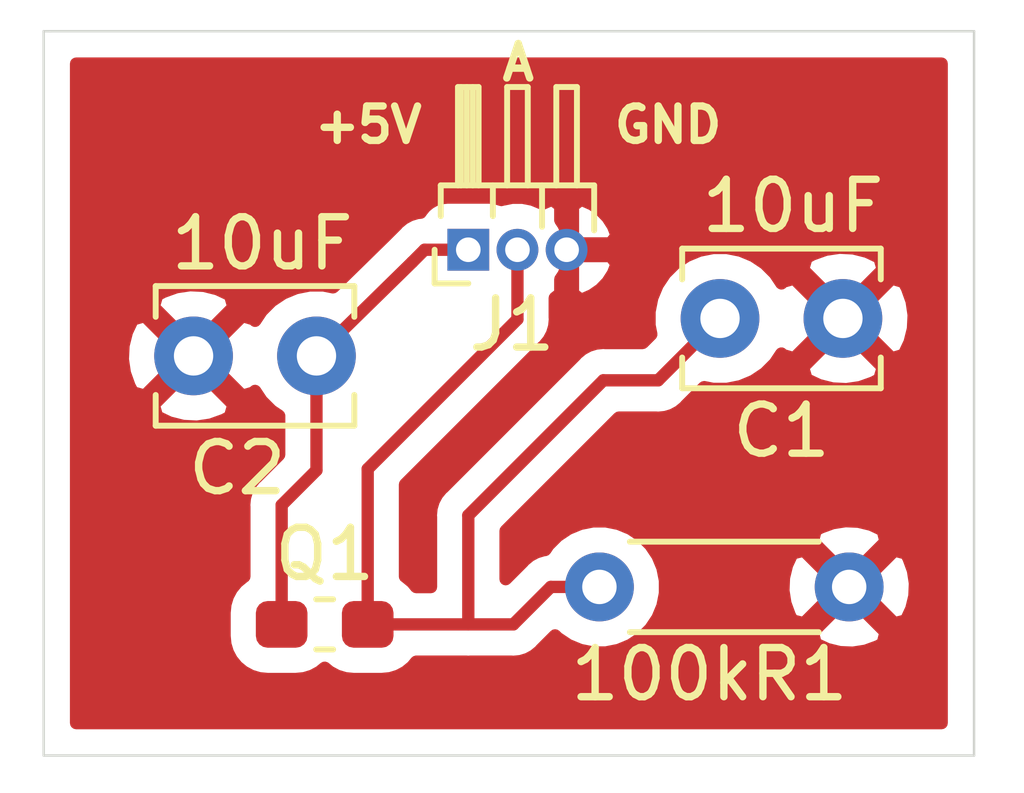
<source format=kicad_pcb>
(kicad_pcb (version 20171130) (host pcbnew "(5.1.5)-3")

  (general
    (thickness 1)
    (drawings 8)
    (tracks 17)
    (zones 0)
    (modules 5)
    (nets 4)
  )

  (page A4)
  (layers
    (0 F.Cu signal)
    (31 B.Cu signal)
    (32 B.Adhes user)
    (33 F.Adhes user)
    (34 B.Paste user)
    (35 F.Paste user)
    (36 B.SilkS user)
    (37 F.SilkS user)
    (38 B.Mask user)
    (39 F.Mask user)
    (40 Dwgs.User user)
    (41 Cmts.User user)
    (42 Eco1.User user)
    (43 Eco2.User user)
    (44 Edge.Cuts user)
    (45 Margin user)
    (46 B.CrtYd user)
    (47 F.CrtYd user)
    (48 B.Fab user)
    (49 F.Fab user)
  )

  (setup
    (last_trace_width 0.4)
    (user_trace_width 0.4)
    (trace_clearance 0.2)
    (zone_clearance 0.508)
    (zone_45_only no)
    (trace_min 0.2)
    (via_size 0.8)
    (via_drill 0.4)
    (via_min_size 0.4)
    (via_min_drill 0.3)
    (uvia_size 0.3)
    (uvia_drill 0.1)
    (uvias_allowed no)
    (uvia_min_size 0.2)
    (uvia_min_drill 0.1)
    (edge_width 0.05)
    (segment_width 0.2)
    (pcb_text_width 0.3)
    (pcb_text_size 1.5 1.5)
    (mod_edge_width 0.12)
    (mod_text_size 1 1)
    (mod_text_width 0.15)
    (pad_size 1.524 1.524)
    (pad_drill 0.762)
    (pad_to_mask_clearance 0.051)
    (solder_mask_min_width 0.25)
    (aux_axis_origin 0 0)
    (visible_elements 7FFFFFFF)
    (pcbplotparams
      (layerselection 0x010fc_ffffffff)
      (usegerberextensions false)
      (usegerberattributes false)
      (usegerberadvancedattributes false)
      (creategerberjobfile false)
      (excludeedgelayer true)
      (linewidth 0.100000)
      (plotframeref false)
      (viasonmask false)
      (mode 1)
      (useauxorigin false)
      (hpglpennumber 1)
      (hpglpenspeed 20)
      (hpglpendiameter 15.000000)
      (psnegative false)
      (psa4output false)
      (plotreference true)
      (plotvalue true)
      (plotinvisibletext false)
      (padsonsilk false)
      (subtractmaskfromsilk false)
      (outputformat 1)
      (mirror false)
      (drillshape 1)
      (scaleselection 1)
      (outputdirectory ""))
  )

  (net 0 "")
  (net 1 OutA4)
  (net 2 GND)
  (net 3 +5V)

  (net_class Default "Ceci est la Netclass par défaut."
    (clearance 0.2)
    (trace_width 0.25)
    (via_dia 0.8)
    (via_drill 0.4)
    (uvia_dia 0.3)
    (uvia_drill 0.1)
    (add_net +5V)
    (add_net GND)
    (add_net OutA4)
  )

  (module Capacitor_THT:C_Disc_D3.8mm_W2.6mm_P2.50mm (layer F.Cu) (tedit 5AE50EF0) (tstamp 5EC29FBF)
    (at 127.762 73.66)
    (descr "C, Disc series, Radial, pin pitch=2.50mm, , diameter*width=3.8*2.6mm^2, Capacitor, http://www.vishay.com/docs/45233/krseries.pdf")
    (tags "C Disc series Radial pin pitch 2.50mm  diameter 3.8mm width 2.6mm Capacitor")
    (path /5EC2CBCC)
    (fp_text reference C2 (at 0.889 2.286) (layer F.SilkS)
      (effects (font (size 1 1) (thickness 0.15)))
    )
    (fp_text value 10uF (at 1.397 -2.286) (layer F.SilkS)
      (effects (font (size 1 1) (thickness 0.15)))
    )
    (fp_text user %R (at 1.25 0) (layer F.Fab)
      (effects (font (size 0.76 0.76) (thickness 0.114)))
    )
    (fp_line (start 3.55 -1.55) (end -1.05 -1.55) (layer F.CrtYd) (width 0.05))
    (fp_line (start 3.55 1.55) (end 3.55 -1.55) (layer F.CrtYd) (width 0.05))
    (fp_line (start -1.05 1.55) (end 3.55 1.55) (layer F.CrtYd) (width 0.05))
    (fp_line (start -1.05 -1.55) (end -1.05 1.55) (layer F.CrtYd) (width 0.05))
    (fp_line (start 3.27 0.795) (end 3.27 1.42) (layer F.SilkS) (width 0.12))
    (fp_line (start 3.27 -1.42) (end 3.27 -0.795) (layer F.SilkS) (width 0.12))
    (fp_line (start -0.77 0.795) (end -0.77 1.42) (layer F.SilkS) (width 0.12))
    (fp_line (start -0.77 -1.42) (end -0.77 -0.795) (layer F.SilkS) (width 0.12))
    (fp_line (start -0.77 1.42) (end 3.27 1.42) (layer F.SilkS) (width 0.12))
    (fp_line (start -0.77 -1.42) (end 3.27 -1.42) (layer F.SilkS) (width 0.12))
    (fp_line (start 3.15 -1.3) (end -0.65 -1.3) (layer F.Fab) (width 0.1))
    (fp_line (start 3.15 1.3) (end 3.15 -1.3) (layer F.Fab) (width 0.1))
    (fp_line (start -0.65 1.3) (end 3.15 1.3) (layer F.Fab) (width 0.1))
    (fp_line (start -0.65 -1.3) (end -0.65 1.3) (layer F.Fab) (width 0.1))
    (pad 2 thru_hole circle (at 2.5 0) (size 1.6 1.6) (drill 0.8) (layers *.Cu *.Mask)
      (net 3 +5V))
    (pad 1 thru_hole circle (at 0 0) (size 1.6 1.6) (drill 0.8) (layers *.Cu *.Mask)
      (net 2 GND))
    (model ${KISYS3DMOD}/Capacitor_THT.3dshapes/C_Disc_D3.8mm_W2.6mm_P2.50mm.wrl
      (at (xyz 0 0 0))
      (scale (xyz 1 1 1))
      (rotate (xyz 0 0 0))
    )
  )

  (module Capacitor_THT:C_Disc_D3.8mm_W2.6mm_P2.50mm (layer F.Cu) (tedit 5AE50EF0) (tstamp 5EBD9705)
    (at 140.97 72.898 180)
    (descr "C, Disc series, Radial, pin pitch=2.50mm, , diameter*width=3.8*2.6mm^2, Capacitor, http://www.vishay.com/docs/45233/krseries.pdf")
    (tags "C Disc series Radial pin pitch 2.50mm  diameter 3.8mm width 2.6mm Capacitor")
    (path /5EBD96C7)
    (fp_text reference C1 (at 1.25 -2.286) (layer F.SilkS)
      (effects (font (size 1 1) (thickness 0.15)))
    )
    (fp_text value 10uF (at 1.016 2.286) (layer F.SilkS)
      (effects (font (size 1 1) (thickness 0.15)))
    )
    (fp_text user %R (at 1.25 0) (layer F.Fab)
      (effects (font (size 0.76 0.76) (thickness 0.114)))
    )
    (fp_line (start 3.55 -1.55) (end -1.05 -1.55) (layer F.CrtYd) (width 0.05))
    (fp_line (start 3.55 1.55) (end 3.55 -1.55) (layer F.CrtYd) (width 0.05))
    (fp_line (start -1.05 1.55) (end 3.55 1.55) (layer F.CrtYd) (width 0.05))
    (fp_line (start -1.05 -1.55) (end -1.05 1.55) (layer F.CrtYd) (width 0.05))
    (fp_line (start 3.27 0.795) (end 3.27 1.42) (layer F.SilkS) (width 0.12))
    (fp_line (start 3.27 -1.42) (end 3.27 -0.795) (layer F.SilkS) (width 0.12))
    (fp_line (start -0.77 0.795) (end -0.77 1.42) (layer F.SilkS) (width 0.12))
    (fp_line (start -0.77 -1.42) (end -0.77 -0.795) (layer F.SilkS) (width 0.12))
    (fp_line (start -0.77 1.42) (end 3.27 1.42) (layer F.SilkS) (width 0.12))
    (fp_line (start -0.77 -1.42) (end 3.27 -1.42) (layer F.SilkS) (width 0.12))
    (fp_line (start 3.15 -1.3) (end -0.65 -1.3) (layer F.Fab) (width 0.1))
    (fp_line (start 3.15 1.3) (end 3.15 -1.3) (layer F.Fab) (width 0.1))
    (fp_line (start -0.65 1.3) (end 3.15 1.3) (layer F.Fab) (width 0.1))
    (fp_line (start -0.65 -1.3) (end -0.65 1.3) (layer F.Fab) (width 0.1))
    (pad 2 thru_hole circle (at 2.5 0 180) (size 1.6 1.6) (drill 0.8) (layers *.Cu *.Mask)
      (net 1 OutA4))
    (pad 1 thru_hole circle (at 0 0 180) (size 1.6 1.6) (drill 0.8) (layers *.Cu *.Mask)
      (net 2 GND))
    (model ${KISYS3DMOD}/Capacitor_THT.3dshapes/C_Disc_D3.8mm_W2.6mm_P2.50mm.wrl
      (at (xyz 0 0 0))
      (scale (xyz 1 1 1))
      (rotate (xyz 0 0 0))
    )
  )

  (module Connector_PinHeader_1.00mm:PinHeader_1x03_P1.00mm_Horizontal (layer F.Cu) (tedit 59FED737) (tstamp 5EBD7C65)
    (at 133.35 71.501 90)
    (descr "Through hole angled pin header, 1x03, 1.00mm pitch, 2.0mm pin length, single row")
    (tags "Through hole angled pin header THT 1x03 1.00mm single row")
    (path /5EBE678B)
    (fp_text reference J1 (at -1.524 0.889 180) (layer F.SilkS)
      (effects (font (size 1 1) (thickness 0.15)))
    )
    (fp_text value Conn_01x03_Female (at 3.556 0.889 180) (layer F.Fab)
      (effects (font (size 1 1) (thickness 0.15)))
    )
    (fp_text user %R (at 0.75 1) (layer F.Fab)
      (effects (font (size 0.6 0.6) (thickness 0.09)))
    )
    (fp_line (start 3.75 -1) (end -1 -1) (layer F.CrtYd) (width 0.05))
    (fp_line (start 3.75 3) (end 3.75 -1) (layer F.CrtYd) (width 0.05))
    (fp_line (start -1 3) (end 3.75 3) (layer F.CrtYd) (width 0.05))
    (fp_line (start -1 -1) (end -1 3) (layer F.CrtYd) (width 0.05))
    (fp_line (start -0.685 -0.685) (end 0 -0.685) (layer F.SilkS) (width 0.12))
    (fp_line (start -0.685 0) (end -0.685 -0.685) (layer F.SilkS) (width 0.12))
    (fp_line (start 3.31 2.21) (end 1.31 2.21) (layer F.SilkS) (width 0.12))
    (fp_line (start 3.31 1.79) (end 3.31 2.21) (layer F.SilkS) (width 0.12))
    (fp_line (start 1.31 1.79) (end 3.31 1.79) (layer F.SilkS) (width 0.12))
    (fp_line (start 0.468215 1.5) (end 1.31 1.5) (layer F.SilkS) (width 0.12))
    (fp_line (start 3.31 1.21) (end 1.31 1.21) (layer F.SilkS) (width 0.12))
    (fp_line (start 3.31 0.79) (end 3.31 1.21) (layer F.SilkS) (width 0.12))
    (fp_line (start 1.31 0.79) (end 3.31 0.79) (layer F.SilkS) (width 0.12))
    (fp_line (start 0.685 0.5) (end 1.31 0.5) (layer F.SilkS) (width 0.12))
    (fp_line (start 1.31 0.09) (end 3.31 0.09) (layer F.SilkS) (width 0.12))
    (fp_line (start 1.31 -0.03) (end 3.31 -0.03) (layer F.SilkS) (width 0.12))
    (fp_line (start 1.31 -0.15) (end 3.31 -0.15) (layer F.SilkS) (width 0.12))
    (fp_line (start 3.31 0.21) (end 1.31 0.21) (layer F.SilkS) (width 0.12))
    (fp_line (start 3.31 -0.21) (end 3.31 0.21) (layer F.SilkS) (width 0.12))
    (fp_line (start 1.31 -0.21) (end 3.31 -0.21) (layer F.SilkS) (width 0.12))
    (fp_line (start 1.31 2.56) (end 0.394493 2.56) (layer F.SilkS) (width 0.12))
    (fp_line (start 1.31 -0.56) (end 1.31 2.56) (layer F.SilkS) (width 0.12))
    (fp_line (start 0.685 -0.56) (end 1.31 -0.56) (layer F.SilkS) (width 0.12))
    (fp_line (start 1.25 2.15) (end 3.25 2.15) (layer F.Fab) (width 0.1))
    (fp_line (start 3.25 1.85) (end 3.25 2.15) (layer F.Fab) (width 0.1))
    (fp_line (start 1.25 1.85) (end 3.25 1.85) (layer F.Fab) (width 0.1))
    (fp_line (start -0.15 2.15) (end 0.25 2.15) (layer F.Fab) (width 0.1))
    (fp_line (start -0.15 1.85) (end -0.15 2.15) (layer F.Fab) (width 0.1))
    (fp_line (start -0.15 1.85) (end 0.25 1.85) (layer F.Fab) (width 0.1))
    (fp_line (start 1.25 1.15) (end 3.25 1.15) (layer F.Fab) (width 0.1))
    (fp_line (start 3.25 0.85) (end 3.25 1.15) (layer F.Fab) (width 0.1))
    (fp_line (start 1.25 0.85) (end 3.25 0.85) (layer F.Fab) (width 0.1))
    (fp_line (start -0.15 1.15) (end 0.25 1.15) (layer F.Fab) (width 0.1))
    (fp_line (start -0.15 0.85) (end -0.15 1.15) (layer F.Fab) (width 0.1))
    (fp_line (start -0.15 0.85) (end 0.25 0.85) (layer F.Fab) (width 0.1))
    (fp_line (start 1.25 0.15) (end 3.25 0.15) (layer F.Fab) (width 0.1))
    (fp_line (start 3.25 -0.15) (end 3.25 0.15) (layer F.Fab) (width 0.1))
    (fp_line (start 1.25 -0.15) (end 3.25 -0.15) (layer F.Fab) (width 0.1))
    (fp_line (start -0.15 0.15) (end 0.25 0.15) (layer F.Fab) (width 0.1))
    (fp_line (start -0.15 -0.15) (end -0.15 0.15) (layer F.Fab) (width 0.1))
    (fp_line (start -0.15 -0.15) (end 0.25 -0.15) (layer F.Fab) (width 0.1))
    (fp_line (start 0.25 -0.25) (end 0.5 -0.5) (layer F.Fab) (width 0.1))
    (fp_line (start 0.25 2.5) (end 0.25 -0.25) (layer F.Fab) (width 0.1))
    (fp_line (start 1.25 2.5) (end 0.25 2.5) (layer F.Fab) (width 0.1))
    (fp_line (start 1.25 -0.5) (end 1.25 2.5) (layer F.Fab) (width 0.1))
    (fp_line (start 0.5 -0.5) (end 1.25 -0.5) (layer F.Fab) (width 0.1))
    (pad 3 thru_hole oval (at 0 2 90) (size 0.85 0.85) (drill 0.5) (layers *.Cu *.Mask)
      (net 2 GND))
    (pad 2 thru_hole oval (at 0 1 90) (size 0.85 0.85) (drill 0.5) (layers *.Cu *.Mask)
      (net 1 OutA4))
    (pad 1 thru_hole rect (at 0 0 90) (size 0.85 0.85) (drill 0.5) (layers *.Cu *.Mask)
      (net 3 +5V))
    (model ${KISYS3DMOD}/Connector_PinHeader_1.00mm.3dshapes/PinHeader_1x03_P1.00mm_Horizontal.wrl
      (at (xyz 0 0 0))
      (scale (xyz 1 1 1))
      (rotate (xyz 0 0 0))
    )
  )

  (module Resistor_THT:R_Axial_DIN0204_L3.6mm_D1.6mm_P5.08mm_Horizontal (layer F.Cu) (tedit 5AE5139B) (tstamp 5EBD6C60)
    (at 141.097 78.359 180)
    (descr "Resistor, Axial_DIN0204 series, Axial, Horizontal, pin pitch=5.08mm, 0.167W, length*diameter=3.6*1.6mm^2, http://cdn-reichelt.de/documents/datenblatt/B400/1_4W%23YAG.pdf")
    (tags "Resistor Axial_DIN0204 series Axial Horizontal pin pitch 5.08mm 0.167W length 3.6mm diameter 1.6mm")
    (path /5EBD7E90)
    (fp_text reference R1 (at 1.016 -1.778) (layer F.SilkS)
      (effects (font (size 1 1) (thickness 0.15)))
    )
    (fp_text value 100k (at 3.81 -1.778) (layer F.SilkS)
      (effects (font (size 1 1) (thickness 0.15)))
    )
    (fp_text user %R (at 2.54 0) (layer F.Fab)
      (effects (font (size 0.72 0.72) (thickness 0.108)))
    )
    (fp_line (start 6.03 -1.05) (end -0.95 -1.05) (layer F.CrtYd) (width 0.05))
    (fp_line (start 6.03 1.05) (end 6.03 -1.05) (layer F.CrtYd) (width 0.05))
    (fp_line (start -0.95 1.05) (end 6.03 1.05) (layer F.CrtYd) (width 0.05))
    (fp_line (start -0.95 -1.05) (end -0.95 1.05) (layer F.CrtYd) (width 0.05))
    (fp_line (start 0.62 0.92) (end 4.46 0.92) (layer F.SilkS) (width 0.12))
    (fp_line (start 0.62 -0.92) (end 4.46 -0.92) (layer F.SilkS) (width 0.12))
    (fp_line (start 5.08 0) (end 4.34 0) (layer F.Fab) (width 0.1))
    (fp_line (start 0 0) (end 0.74 0) (layer F.Fab) (width 0.1))
    (fp_line (start 4.34 -0.8) (end 0.74 -0.8) (layer F.Fab) (width 0.1))
    (fp_line (start 4.34 0.8) (end 4.34 -0.8) (layer F.Fab) (width 0.1))
    (fp_line (start 0.74 0.8) (end 4.34 0.8) (layer F.Fab) (width 0.1))
    (fp_line (start 0.74 -0.8) (end 0.74 0.8) (layer F.Fab) (width 0.1))
    (pad 2 thru_hole oval (at 5.08 0 180) (size 1.4 1.4) (drill 0.7) (layers *.Cu *.Mask)
      (net 1 OutA4))
    (pad 1 thru_hole circle (at 0 0 180) (size 1.4 1.4) (drill 0.7) (layers *.Cu *.Mask)
      (net 2 GND))
    (model ${KISYS3DMOD}/Resistor_THT.3dshapes/R_Axial_DIN0204_L3.6mm_D1.6mm_P5.08mm_Horizontal.wrl
      (at (xyz 0 0 0))
      (scale (xyz 1 1 1))
      (rotate (xyz 0 0 0))
    )
  )

  (module Resistor_SMD:R_0603_1608Metric_Pad1.05x0.95mm_HandSolder (layer F.Cu) (tedit 5B301BBD) (tstamp 5EBD6C4D)
    (at 130.429 79.121)
    (descr "Resistor SMD 0603 (1608 Metric), square (rectangular) end terminal, IPC_7351 nominal with elongated pad for handsoldering. (Body size source: http://www.tortai-tech.com/upload/download/2011102023233369053.pdf), generated with kicad-footprint-generator")
    (tags "resistor handsolder")
    (path /5EBDB5FC)
    (attr smd)
    (fp_text reference Q1 (at 0 -1.43) (layer F.SilkS)
      (effects (font (size 1 1) (thickness 0.15)))
    )
    (fp_text value Q_Photo_NPN (at 0 1.43) (layer F.Fab)
      (effects (font (size 1 1) (thickness 0.15)))
    )
    (fp_text user %R (at 0 0) (layer F.Fab)
      (effects (font (size 0.4 0.4) (thickness 0.06)))
    )
    (fp_line (start 1.65 0.73) (end -1.65 0.73) (layer F.CrtYd) (width 0.05))
    (fp_line (start 1.65 -0.73) (end 1.65 0.73) (layer F.CrtYd) (width 0.05))
    (fp_line (start -1.65 -0.73) (end 1.65 -0.73) (layer F.CrtYd) (width 0.05))
    (fp_line (start -1.65 0.73) (end -1.65 -0.73) (layer F.CrtYd) (width 0.05))
    (fp_line (start -0.171267 0.51) (end 0.171267 0.51) (layer F.SilkS) (width 0.12))
    (fp_line (start -0.171267 -0.51) (end 0.171267 -0.51) (layer F.SilkS) (width 0.12))
    (fp_line (start 0.8 0.4) (end -0.8 0.4) (layer F.Fab) (width 0.1))
    (fp_line (start 0.8 -0.4) (end 0.8 0.4) (layer F.Fab) (width 0.1))
    (fp_line (start -0.8 -0.4) (end 0.8 -0.4) (layer F.Fab) (width 0.1))
    (fp_line (start -0.8 0.4) (end -0.8 -0.4) (layer F.Fab) (width 0.1))
    (pad 2 smd roundrect (at 0.875 0) (size 1.05 0.95) (layers F.Cu F.Paste F.Mask) (roundrect_rratio 0.25)
      (net 1 OutA4))
    (pad 1 smd roundrect (at -0.875 0) (size 1.05 0.95) (layers F.Cu F.Paste F.Mask) (roundrect_rratio 0.25)
      (net 3 +5V))
    (model ${KISYS3DMOD}/Resistor_SMD.3dshapes/R_0603_1608Metric.wrl
      (at (xyz 0 0 0))
      (scale (xyz 1 1 1))
      (rotate (xyz 0 0 0))
    )
  )

  (gr_text A (at 134.366 67.691) (layer F.SilkS) (tstamp 5EDB7EDA)
    (effects (font (size 0.7 0.7) (thickness 0.15)))
  )
  (gr_text GND (at 137.414 68.961) (layer F.SilkS)
    (effects (font (size 0.7 0.7) (thickness 0.15)))
  )
  (gr_line (start 124.714 67.056) (end 124.841 67.056) (layer Edge.Cuts) (width 0.05) (tstamp 5EDB7D42))
  (gr_line (start 124.714 81.788) (end 124.714 67.056) (layer Edge.Cuts) (width 0.05))
  (gr_line (start 143.637 81.788) (end 124.714 81.788) (layer Edge.Cuts) (width 0.05))
  (gr_line (start 143.637 67.056) (end 143.637 81.788) (layer Edge.Cuts) (width 0.05))
  (gr_text +5V (at 131.318 68.961) (layer F.SilkS)
    (effects (font (size 0.7 0.7) (thickness 0.15)))
  )
  (gr_line (start 143.637 67.056) (end 124.841 67.056) (layer Edge.Cuts) (width 0.05))

  (segment (start 131.304 79.121) (end 133.35 79.121) (width 0.25) (layer F.Cu) (net 1))
  (segment (start 133.35 76.90337) (end 133.35 79.121) (width 0.25) (layer F.Cu) (net 1))
  (segment (start 136.097 74.15637) (end 133.35 76.90337) (width 0.25) (layer F.Cu) (net 1))
  (segment (start 137.21163 74.15637) (end 138.47 72.898) (width 0.25) (layer F.Cu) (net 1))
  (segment (start 136.097 74.15637) (end 137.21163 74.15637) (width 0.25) (layer F.Cu) (net 1))
  (segment (start 135.027051 78.359) (end 134.265051 79.121) (width 0.25) (layer F.Cu) (net 1))
  (segment (start 134.265051 79.121) (end 133.35 79.121) (width 0.25) (layer F.Cu) (net 1))
  (segment (start 136.017 78.359) (end 135.027051 78.359) (width 0.25) (layer F.Cu) (net 1))
  (segment (start 131.304 75.96) (end 131.304 79.121) (width 0.25) (layer F.Cu) (net 1))
  (segment (start 134.35 71.501) (end 134.35 72.914) (width 0.25) (layer F.Cu) (net 1))
  (segment (start 134.35 72.914) (end 131.304 75.96) (width 0.25) (layer F.Cu) (net 1))
  (segment (start 130.262 73.66) (end 130.262 75.986) (width 0.25) (layer F.Cu) (net 3))
  (segment (start 129.554 76.694) (end 129.554 79.121) (width 0.25) (layer F.Cu) (net 3))
  (segment (start 130.262 75.986) (end 129.554 76.694) (width 0.25) (layer F.Cu) (net 3))
  (segment (start 132.207 71.755) (end 130.262 73.66) (width 0.25) (layer F.Cu) (net 3))
  (segment (start 133.35 71.501) (end 132.461 71.501) (width 0.25) (layer F.Cu) (net 3))
  (segment (start 132.461 71.501) (end 132.207 71.755) (width 0.25) (layer F.Cu) (net 3))

  (zone (net 2) (net_name GND) (layer F.Cu) (tstamp 0) (hatch edge 0.508)
    (connect_pads (clearance 0.508))
    (min_thickness 0.254)
    (fill yes (arc_segments 32) (thermal_gap 0.508) (thermal_bridge_width 0.508))
    (polygon
      (pts
        (xy 144.653 82.55) (xy 123.825 82.55) (xy 123.825 66.421) (xy 144.653 66.421)
      )
    )
    (filled_polygon
      (pts
        (xy 142.977001 81.128) (xy 125.374 81.128) (xy 125.374 74.652702) (xy 126.948903 74.652702) (xy 127.020486 74.896671)
        (xy 127.275996 75.017571) (xy 127.550184 75.0863) (xy 127.832512 75.100217) (xy 128.11213 75.058787) (xy 128.378292 74.963603)
        (xy 128.503514 74.896671) (xy 128.575097 74.652702) (xy 127.762 73.839605) (xy 126.948903 74.652702) (xy 125.374 74.652702)
        (xy 125.374 73.730512) (xy 126.321783 73.730512) (xy 126.363213 74.01013) (xy 126.458397 74.276292) (xy 126.525329 74.401514)
        (xy 126.769298 74.473097) (xy 127.582395 73.66) (xy 127.941605 73.66) (xy 128.754702 74.473097) (xy 128.998671 74.401514)
        (xy 129.012324 74.372659) (xy 129.147363 74.574759) (xy 129.347241 74.774637) (xy 129.502001 74.878044) (xy 129.502001 75.671197)
        (xy 129.043002 76.130197) (xy 129.013999 76.153999) (xy 128.978033 76.197824) (xy 128.919026 76.269724) (xy 128.857796 76.384276)
        (xy 128.848454 76.401754) (xy 128.804997 76.545015) (xy 128.794 76.656668) (xy 128.794 76.656678) (xy 128.790324 76.694)
        (xy 128.794 76.731323) (xy 128.794001 78.148036) (xy 128.780058 78.155488) (xy 128.647377 78.264377) (xy 128.538488 78.397058)
        (xy 128.457577 78.548433) (xy 128.407752 78.712684) (xy 128.390928 78.8835) (xy 128.390928 79.3585) (xy 128.407752 79.529316)
        (xy 128.457577 79.693567) (xy 128.538488 79.844942) (xy 128.647377 79.977623) (xy 128.780058 80.086512) (xy 128.931433 80.167423)
        (xy 129.095684 80.217248) (xy 129.2665 80.234072) (xy 129.8415 80.234072) (xy 130.012316 80.217248) (xy 130.176567 80.167423)
        (xy 130.327942 80.086512) (xy 130.429 80.003575) (xy 130.530058 80.086512) (xy 130.681433 80.167423) (xy 130.845684 80.217248)
        (xy 131.0165 80.234072) (xy 131.5915 80.234072) (xy 131.762316 80.217248) (xy 131.926567 80.167423) (xy 132.077942 80.086512)
        (xy 132.210623 79.977623) (xy 132.28992 79.881) (xy 133.312667 79.881) (xy 133.35 79.884677) (xy 133.387333 79.881)
        (xy 134.227729 79.881) (xy 134.265051 79.884676) (xy 134.302373 79.881) (xy 134.302384 79.881) (xy 134.414037 79.870003)
        (xy 134.557298 79.826546) (xy 134.689327 79.755974) (xy 134.805052 79.661001) (xy 134.828854 79.631998) (xy 135.115439 79.345414)
        (xy 135.165987 79.395962) (xy 135.384641 79.542061) (xy 135.627595 79.642696) (xy 135.885514 79.694) (xy 136.148486 79.694)
        (xy 136.406405 79.642696) (xy 136.649359 79.542061) (xy 136.868013 79.395962) (xy 136.983706 79.280269) (xy 140.355336 79.280269)
        (xy 140.414797 79.514037) (xy 140.653242 79.624934) (xy 140.90874 79.687183) (xy 141.171473 79.69839) (xy 141.431344 79.658125)
        (xy 141.678366 79.567935) (xy 141.779203 79.514037) (xy 141.838664 79.280269) (xy 141.097 78.538605) (xy 140.355336 79.280269)
        (xy 136.983706 79.280269) (xy 137.053962 79.210013) (xy 137.200061 78.991359) (xy 137.300696 78.748405) (xy 137.352 78.490486)
        (xy 137.352 78.433473) (xy 139.75761 78.433473) (xy 139.797875 78.693344) (xy 139.888065 78.940366) (xy 139.941963 79.041203)
        (xy 140.175731 79.100664) (xy 140.917395 78.359) (xy 141.276605 78.359) (xy 142.018269 79.100664) (xy 142.252037 79.041203)
        (xy 142.362934 78.802758) (xy 142.425183 78.54726) (xy 142.43639 78.284527) (xy 142.396125 78.024656) (xy 142.305935 77.777634)
        (xy 142.252037 77.676797) (xy 142.018269 77.617336) (xy 141.276605 78.359) (xy 140.917395 78.359) (xy 140.175731 77.617336)
        (xy 139.941963 77.676797) (xy 139.831066 77.915242) (xy 139.768817 78.17074) (xy 139.75761 78.433473) (xy 137.352 78.433473)
        (xy 137.352 78.227514) (xy 137.300696 77.969595) (xy 137.200061 77.726641) (xy 137.053962 77.507987) (xy 136.983706 77.437731)
        (xy 140.355336 77.437731) (xy 141.097 78.179395) (xy 141.838664 77.437731) (xy 141.779203 77.203963) (xy 141.540758 77.093066)
        (xy 141.28526 77.030817) (xy 141.022527 77.01961) (xy 140.762656 77.059875) (xy 140.515634 77.150065) (xy 140.414797 77.203963)
        (xy 140.355336 77.437731) (xy 136.983706 77.437731) (xy 136.868013 77.322038) (xy 136.649359 77.175939) (xy 136.406405 77.075304)
        (xy 136.148486 77.024) (xy 135.885514 77.024) (xy 135.627595 77.075304) (xy 135.384641 77.175939) (xy 135.165987 77.322038)
        (xy 134.980038 77.507987) (xy 134.91426 77.606432) (xy 134.878065 77.609997) (xy 134.734804 77.653454) (xy 134.602775 77.724026)
        (xy 134.48705 77.818999) (xy 134.463252 77.847998) (xy 134.11 78.201249) (xy 134.11 77.218171) (xy 136.411802 74.91637)
        (xy 137.174308 74.91637) (xy 137.21163 74.920046) (xy 137.248952 74.91637) (xy 137.248963 74.91637) (xy 137.360616 74.905373)
        (xy 137.503877 74.861916) (xy 137.635906 74.791344) (xy 137.751631 74.696371) (xy 137.775434 74.667367) (xy 138.146114 74.296688)
        (xy 138.328665 74.333) (xy 138.611335 74.333) (xy 138.888574 74.277853) (xy 139.149727 74.16968) (xy 139.384759 74.012637)
        (xy 139.506694 73.890702) (xy 140.156903 73.890702) (xy 140.228486 74.134671) (xy 140.483996 74.255571) (xy 140.758184 74.3243)
        (xy 141.040512 74.338217) (xy 141.32013 74.296787) (xy 141.586292 74.201603) (xy 141.711514 74.134671) (xy 141.783097 73.890702)
        (xy 140.97 73.077605) (xy 140.156903 73.890702) (xy 139.506694 73.890702) (xy 139.584637 73.812759) (xy 139.718692 73.612131)
        (xy 139.733329 73.639514) (xy 139.977298 73.711097) (xy 140.790395 72.898) (xy 141.149605 72.898) (xy 141.962702 73.711097)
        (xy 142.206671 73.639514) (xy 142.327571 73.384004) (xy 142.3963 73.109816) (xy 142.410217 72.827488) (xy 142.368787 72.54787)
        (xy 142.273603 72.281708) (xy 142.206671 72.156486) (xy 141.962702 72.084903) (xy 141.149605 72.898) (xy 140.790395 72.898)
        (xy 139.977298 72.084903) (xy 139.733329 72.156486) (xy 139.719676 72.185341) (xy 139.584637 71.983241) (xy 139.506694 71.905298)
        (xy 140.156903 71.905298) (xy 140.97 72.718395) (xy 141.783097 71.905298) (xy 141.711514 71.661329) (xy 141.456004 71.540429)
        (xy 141.181816 71.4717) (xy 140.899488 71.457783) (xy 140.61987 71.499213) (xy 140.353708 71.594397) (xy 140.228486 71.661329)
        (xy 140.156903 71.905298) (xy 139.506694 71.905298) (xy 139.384759 71.783363) (xy 139.149727 71.62632) (xy 138.888574 71.518147)
        (xy 138.611335 71.463) (xy 138.328665 71.463) (xy 138.051426 71.518147) (xy 137.790273 71.62632) (xy 137.555241 71.783363)
        (xy 137.355363 71.983241) (xy 137.19832 72.218273) (xy 137.090147 72.479426) (xy 137.035 72.756665) (xy 137.035 73.039335)
        (xy 137.071312 73.221886) (xy 136.896829 73.39637) (xy 136.134325 73.39637) (xy 136.097 73.392694) (xy 136.059675 73.39637)
        (xy 136.059667 73.39637) (xy 135.948014 73.407367) (xy 135.804753 73.450824) (xy 135.672724 73.521396) (xy 135.556999 73.616369)
        (xy 135.533201 73.645367) (xy 132.839003 76.339566) (xy 132.809999 76.363369) (xy 132.778498 76.401754) (xy 132.715026 76.479094)
        (xy 132.653086 76.594974) (xy 132.644454 76.611124) (xy 132.600997 76.754385) (xy 132.59 76.866038) (xy 132.59 76.866048)
        (xy 132.586324 76.90337) (xy 132.59 76.940693) (xy 132.590001 78.361) (xy 132.28992 78.361) (xy 132.210623 78.264377)
        (xy 132.077942 78.155488) (xy 132.064 78.148036) (xy 132.064 76.274801) (xy 134.861003 73.477799) (xy 134.890001 73.454001)
        (xy 134.984974 73.338276) (xy 135.055546 73.206247) (xy 135.099003 73.062986) (xy 135.11 72.951333) (xy 135.113677 72.914)
        (xy 135.11 72.876667) (xy 135.11 72.481463) (xy 135.223 72.393257) (xy 135.223 72.102413) (xy 135.28936 72.003098)
        (xy 135.369265 71.810191) (xy 135.405504 71.628) (xy 135.477 71.628) (xy 135.477 72.393257) (xy 135.640062 72.52054)
        (xy 135.67525 72.509872) (xy 135.865822 72.427034) (xy 136.036571 72.308609) (xy 136.180936 72.159148) (xy 136.293368 71.984394)
        (xy 136.369547 71.791064) (xy 136.243621 71.628) (xy 135.477 71.628) (xy 135.405504 71.628) (xy 135.41 71.605401)
        (xy 135.41 71.396599) (xy 135.369265 71.191809) (xy 135.28936 70.998902) (xy 135.223 70.899587) (xy 135.223 70.608743)
        (xy 135.477 70.608743) (xy 135.477 71.374) (xy 136.243621 71.374) (xy 136.369547 71.210936) (xy 136.293368 71.017606)
        (xy 136.180936 70.842852) (xy 136.036571 70.693391) (xy 135.865822 70.574966) (xy 135.67525 70.492128) (xy 135.640062 70.48146)
        (xy 135.477 70.608743) (xy 135.223 70.608743) (xy 135.059938 70.48146) (xy 135.02475 70.492128) (xy 134.857118 70.564994)
        (xy 134.852098 70.56164) (xy 134.659191 70.481735) (xy 134.454401 70.441) (xy 134.245599 70.441) (xy 134.040809 70.481735)
        (xy 134.023603 70.488862) (xy 134.01918 70.486498) (xy 133.899482 70.450188) (xy 133.775 70.437928) (xy 132.925 70.437928)
        (xy 132.800518 70.450188) (xy 132.68082 70.486498) (xy 132.570506 70.545463) (xy 132.473815 70.624815) (xy 132.394463 70.721506)
        (xy 132.381841 70.74512) (xy 132.312014 70.751997) (xy 132.168753 70.795454) (xy 132.036724 70.866026) (xy 131.920999 70.960999)
        (xy 131.897196 70.990003) (xy 131.672415 71.214784) (xy 130.600869 72.264293) (xy 130.403335 72.225) (xy 130.120665 72.225)
        (xy 129.843426 72.280147) (xy 129.582273 72.38832) (xy 129.347241 72.545363) (xy 129.147363 72.745241) (xy 129.013308 72.945869)
        (xy 128.998671 72.918486) (xy 128.754702 72.846903) (xy 127.941605 73.66) (xy 127.582395 73.66) (xy 126.769298 72.846903)
        (xy 126.525329 72.918486) (xy 126.404429 73.173996) (xy 126.3357 73.448184) (xy 126.321783 73.730512) (xy 125.374 73.730512)
        (xy 125.374 72.667298) (xy 126.948903 72.667298) (xy 127.762 73.480395) (xy 128.575097 72.667298) (xy 128.503514 72.423329)
        (xy 128.248004 72.302429) (xy 127.973816 72.2337) (xy 127.691488 72.219783) (xy 127.41187 72.261213) (xy 127.145708 72.356397)
        (xy 127.020486 72.423329) (xy 126.948903 72.667298) (xy 125.374 72.667298) (xy 125.374 67.716) (xy 142.977 67.716)
      )
    )
  )
)

</source>
